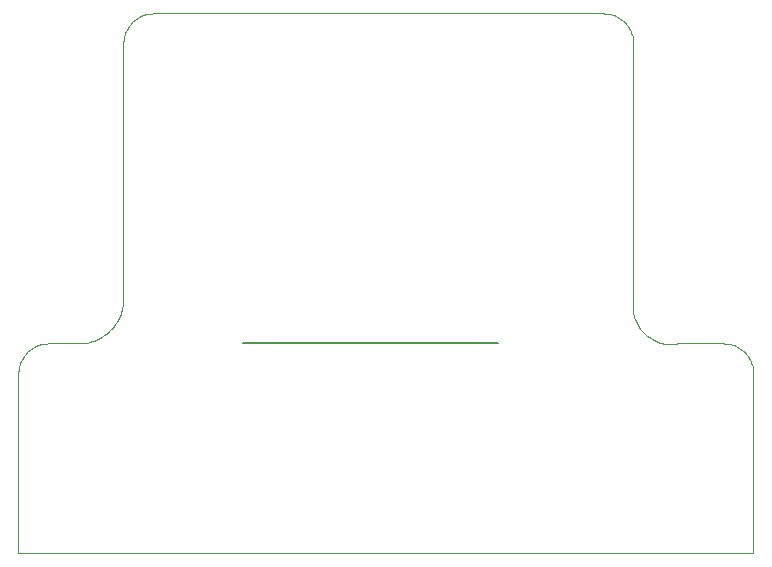
<source format=gbp>
G75*
%MOIN*%
%OFA0B0*%
%FSLAX24Y24*%
%IPPOS*%
%LPD*%
%AMOC8*
5,1,8,0,0,1.08239X$1,22.5*
%
%ADD10C,0.0000*%
%ADD11C,0.0050*%
D10*
X000500Y000100D02*
X000500Y006100D01*
X000502Y006160D01*
X000507Y006221D01*
X000516Y006280D01*
X000529Y006339D01*
X000545Y006398D01*
X000565Y006455D01*
X000588Y006510D01*
X000615Y006565D01*
X000644Y006617D01*
X000677Y006668D01*
X000713Y006717D01*
X000751Y006763D01*
X000793Y006807D01*
X000837Y006849D01*
X000883Y006887D01*
X000932Y006923D01*
X000983Y006956D01*
X001035Y006985D01*
X001090Y007012D01*
X001145Y007035D01*
X001202Y007055D01*
X001261Y007071D01*
X001320Y007084D01*
X001379Y007093D01*
X001440Y007098D01*
X001500Y007100D01*
X002500Y007100D01*
X002576Y007102D01*
X002652Y007108D01*
X002727Y007117D01*
X002802Y007131D01*
X002876Y007148D01*
X002949Y007169D01*
X003021Y007193D01*
X003092Y007222D01*
X003161Y007253D01*
X003228Y007288D01*
X003293Y007327D01*
X003357Y007369D01*
X003418Y007414D01*
X003477Y007462D01*
X003533Y007513D01*
X003587Y007567D01*
X003638Y007623D01*
X003686Y007682D01*
X003731Y007743D01*
X003773Y007807D01*
X003812Y007872D01*
X003847Y007939D01*
X003878Y008008D01*
X003907Y008079D01*
X003931Y008151D01*
X003952Y008224D01*
X003969Y008298D01*
X003983Y008373D01*
X003992Y008448D01*
X003998Y008524D01*
X004000Y008600D01*
X004000Y017100D01*
X004002Y017160D01*
X004007Y017221D01*
X004016Y017280D01*
X004029Y017339D01*
X004045Y017398D01*
X004065Y017455D01*
X004088Y017510D01*
X004115Y017565D01*
X004144Y017617D01*
X004177Y017668D01*
X004213Y017717D01*
X004251Y017763D01*
X004293Y017807D01*
X004337Y017849D01*
X004383Y017887D01*
X004432Y017923D01*
X004483Y017956D01*
X004535Y017985D01*
X004590Y018012D01*
X004645Y018035D01*
X004702Y018055D01*
X004761Y018071D01*
X004820Y018084D01*
X004879Y018093D01*
X004940Y018098D01*
X005000Y018100D01*
X020000Y018100D01*
X020060Y018098D01*
X020121Y018093D01*
X020180Y018084D01*
X020239Y018071D01*
X020298Y018055D01*
X020355Y018035D01*
X020410Y018012D01*
X020465Y017985D01*
X020517Y017956D01*
X020568Y017923D01*
X020617Y017887D01*
X020663Y017849D01*
X020707Y017807D01*
X020749Y017763D01*
X020787Y017717D01*
X020823Y017668D01*
X020856Y017617D01*
X020885Y017565D01*
X020912Y017510D01*
X020935Y017455D01*
X020955Y017398D01*
X020971Y017339D01*
X020984Y017280D01*
X020993Y017221D01*
X020998Y017160D01*
X021000Y017100D01*
X021000Y008100D01*
X021015Y008033D01*
X021034Y007966D01*
X021057Y007901D01*
X021083Y007837D01*
X021112Y007775D01*
X021145Y007714D01*
X021181Y007655D01*
X021220Y007598D01*
X021263Y007543D01*
X021308Y007491D01*
X021356Y007441D01*
X021406Y007394D01*
X021459Y007350D01*
X021514Y007309D01*
X021572Y007270D01*
X021631Y007235D01*
X021692Y007203D01*
X021755Y007175D01*
X021820Y007150D01*
X021885Y007128D01*
X021952Y007110D01*
X022020Y007096D01*
X022088Y007085D01*
X022156Y007078D01*
X022225Y007075D01*
X022294Y007076D01*
X022363Y007080D01*
X022432Y007088D01*
X022500Y007100D01*
X024000Y007100D01*
X024060Y007098D01*
X024121Y007093D01*
X024180Y007084D01*
X024239Y007071D01*
X024298Y007055D01*
X024355Y007035D01*
X024410Y007012D01*
X024465Y006985D01*
X024517Y006956D01*
X024568Y006923D01*
X024617Y006887D01*
X024663Y006849D01*
X024707Y006807D01*
X024749Y006763D01*
X024787Y006717D01*
X024823Y006668D01*
X024856Y006617D01*
X024885Y006565D01*
X024912Y006510D01*
X024935Y006455D01*
X024955Y006398D01*
X024971Y006339D01*
X024984Y006280D01*
X024993Y006221D01*
X024998Y006160D01*
X025000Y006100D01*
X025000Y000100D01*
X000500Y000100D01*
D11*
X008000Y007100D02*
X016500Y007100D01*
M02*

</source>
